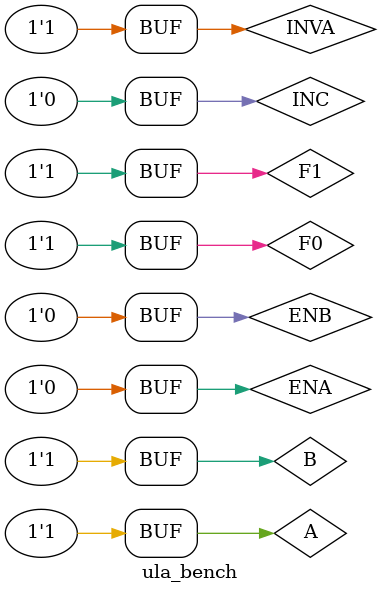
<source format=v>
	module ula_bench();

	reg A, B, F0, F1, ENA, ENB, INVA, INC;
	wire out, carryout;
	
	ula1bit DUT (out,carryout,F0,F1,ENA,ENB,INVA,INC,A,B);


	initial
	begin
		A = 1'b1; B = 1'b1;
		$dumpfile ("dut.vcd"); $dumpvars (0,ula_bench);
		$monitor  ($time, "  %b%b%b%b%b%b  out = %b", F0,F1,ENA,ENB,INVA,INC,out);
 	end

	initial
	begin
		#10 F0=1'b0;F1=1'b1;ENA=1'b1;ENB=1'b0;INVA=1'b0;INC=1'b0;
		#10 F0=1'b0;F1=1'b1;ENA=1'b0;ENB=1'b1;INVA=1'b0;INC=1'b0;
		#10 F0=1'b0;F1=1'b1;ENA=1'b1;ENB=1'b0;INVA=1'b1;INC=1'b0;
		#10 F0=1'b1;F1=1'b0;ENA=1'b1;ENB=1'b1;INVA=1'b0;INC=1'b0;
		#10 F0=1'b1;F1=1'b1;ENA=1'b1;ENB=1'b1;INVA=1'b0;INC=1'b0;
		#10 F0=1'b1;F1=1'b1;ENA=1'b1;ENB=1'b1;INVA=1'b0;INC=1'b1;
		#10 F0=1'b1;F1=1'b1;ENA=1'b1;ENB=1'b0;INVA=1'b0;INC=1'b1;
		#10 F0=1'b1;F1=1'b1;ENA=1'b0;ENB=1'b1;INVA=1'b0;INC=1'b1;
		#10 F0=1'b1;F1=1'b1;ENA=1'b1;ENB=1'b1;INVA=1'b1;INC=1'b1;
		#10 F0=1'b1;F1=1'b1;ENA=1'b0;ENB=1'b1;INVA=1'b1;INC=1'b0;
		#10 F0=1'b1;F1=1'b1;ENA=1'b1;ENB=1'b0;INVA=1'b1;INC=1'b1;
		#10 F0=1'b0;F1=1'b0;ENA=1'b1;ENB=1'b1;INVA=1'b0;INC=1'b0;
		#10 F0=1'b0;F1=1'b1;ENA=1'b1;ENB=1'b1;INVA=1'b0;INC=1'b0;
		#10 F0=1'b0;F1=1'b1;ENA=1'b0;ENB=1'b0;INVA=1'b0;INC=1'b0;
		#10 F0=1'b1;F1=1'b1;ENA=1'b0;ENB=1'b0;INVA=1'b0;INC=1'b1;
		#10 F0=1'b1;F1=1'b1;ENA=1'b0;ENB=1'b0;INVA=1'b1;INC=1'b0;
	end
	endmodule

</source>
